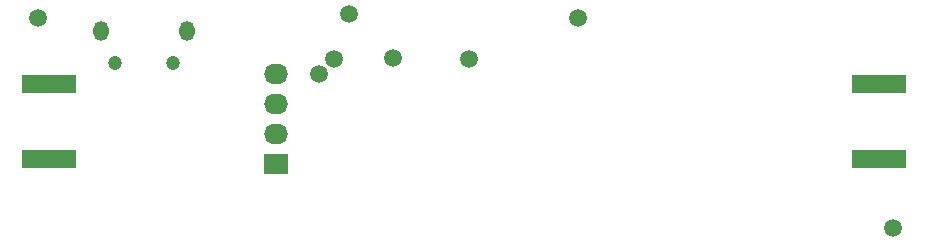
<source format=gbs>
G04 #@! TF.FileFunction,Soldermask,Bot*
%FSLAX46Y46*%
G04 Gerber Fmt 4.6, Leading zero omitted, Abs format (unit mm)*
G04 Created by KiCad (PCBNEW (2016-02-18 BZR 6566)-product) date Thursday, 12 May 2016 23:14:41*
%MOMM*%
G01*
G04 APERTURE LIST*
%ADD10C,0.100000*%
%ADD11R,4.572000X1.524000*%
%ADD12C,1.501140*%
%ADD13R,2.032000X1.727200*%
%ADD14O,2.032000X1.727200*%
%ADD15C,1.200000*%
%ADD16O,1.300000X1.700000*%
G04 APERTURE END LIST*
D10*
D11*
X177766700Y-76840240D03*
X177766700Y-83164840D03*
D12*
X136635002Y-74639998D03*
X130400000Y-76030000D03*
X131670000Y-74760000D03*
X152320000Y-71280000D03*
X132940000Y-70950000D03*
X143100000Y-74760000D03*
D13*
X126722000Y-83646000D03*
D14*
X126722000Y-81106000D03*
X126722000Y-78566000D03*
X126722000Y-76026000D03*
D12*
X178990000Y-89060000D03*
X106600000Y-71280000D03*
D11*
X107519300Y-83164840D03*
X107519300Y-76840240D03*
D15*
X117975000Y-75025000D03*
X113125000Y-75025000D03*
D16*
X119175000Y-72375000D03*
X111925000Y-72375000D03*
M02*

</source>
